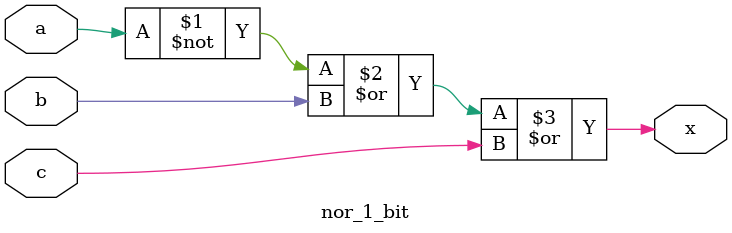
<source format=v>
module nor_1_bit (
    input wire a,
    input wire b,
    input wire c,
    output wire x
);
    assign x = ~ a | b | c;
endmodule

</source>
